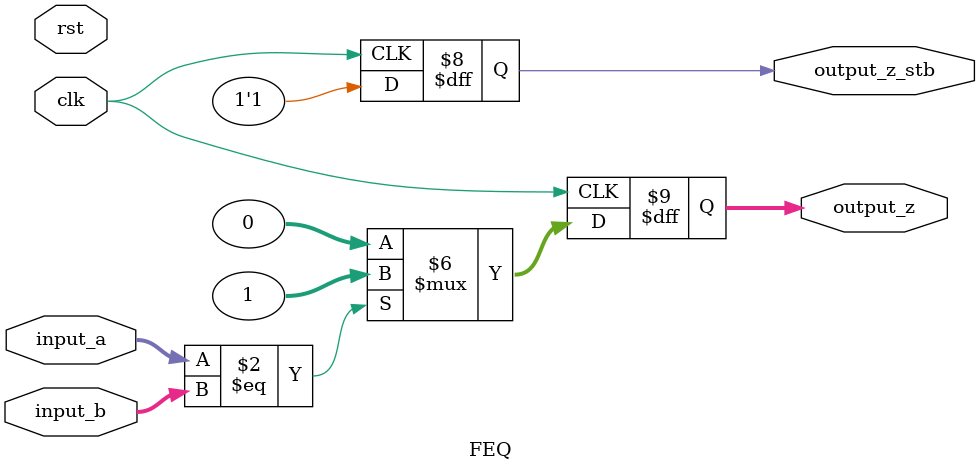
<source format=sv>
`timescale 1ns / 1ps


module FEQ(
        input logic clk,
        input logic rst,
		input logic [31:0] input_a,
		input logic [31:0] input_b,
		output logic output_z_stb,
        output logic [31:0] output_z

    );
    
     always @(posedge clk)
     begin
  
        if(input_a == input_b) begin
            output_z = 1;
            output_z_stb = 1;
        end
        else begin 
            output_z = 0;
            output_z_stb = 1;
        
        end
        
     end 
    
    
endmodule

</source>
